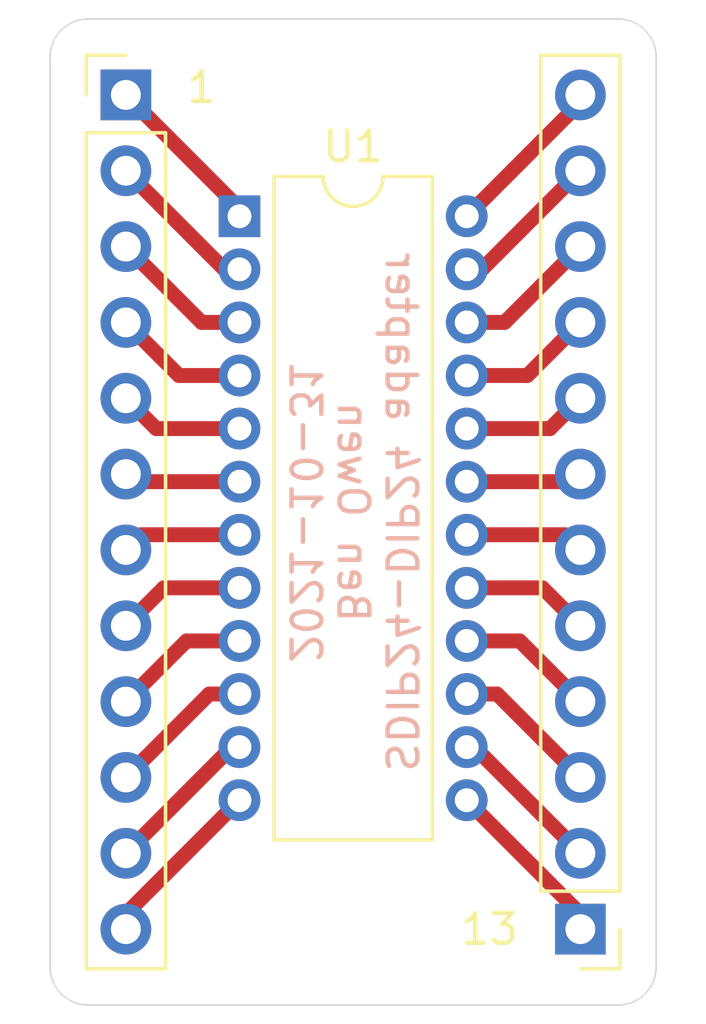
<source format=kicad_pcb>
(kicad_pcb (version 20211014) (generator pcbnew)
  (title_block (title "SDIP24 adapter") (date "2021-10-31") (rev "A") (company "Ben Owen"))
  (layers (0 "F.Cu" signal) (31 "B.Cu" signal) (34 "B.Paste" user) (35 "F.Paste" user) (36 "B.SilkS" user "B.Silkscreen") (37 "F.SilkS" user "F.Silkscreen") (38 "B.Mask" user) (39 "F.Mask" user) (44 "Edge.Cuts" user))
  (net 0 "")
  (net 1 "Net-(J1-Pad12)")
  (net 2 "Net-(J1-Pad11)")
  (net 3 "Net-(J1-Pad10)")
  (net 4 "Net-(J1-Pad9)")
  (net 5 "Net-(J1-Pad8)")
  (net 6 "Net-(J1-Pad7)")
  (net 7 "Net-(J1-Pad6)")
  (net 8 "Net-(J1-Pad5)")
  (net 9 "Net-(J1-Pad4)")
  (net 10 "Net-(J1-Pad3)")
  (net 11 "Net-(J1-Pad2)")
  (net 12 "Net-(J1-Pad1)")
  (net 13 "Net-(J2-Pad12)")
  (net 14 "Net-(J2-Pad11)")
  (net 15 "Net-(J2-Pad10)")
  (net 16 "Net-(J2-Pad9)")
  (net 17 "Net-(J2-Pad8)")
  (net 18 "Net-(J2-Pad7)")
  (net 19 "Net-(J2-Pad6)")
  (net 20 "Net-(J2-Pad5)")
  (net 21 "Net-(J2-Pad4)")
  (net 22 "Net-(J2-Pad3)")
  (net 23 "Net-(J2-Pad2)")
  (net 24 "Net-(J2-Pad1)")
  (footprint "Connector_PinHeader_2.54mm:PinHeader_1x12_P2.54mm_Vertical" (layer "F.Cu") (at 129.54 73.66)
    (fp_text reference "1" (at 2.54 -0.254) (layer "F.SilkS"))
    (fp_text value "Pin header")
    (fp_line (start -1.33 29.27) (end 1.33 29.27) (layer "F.SilkS") (width 0.12))
    (fp_line (start -1.33 0) (end -1.33 -1.33) (layer "F.SilkS") (width 0.12))
    (fp_line (start 1.33 1.27) (end 1.33 29.27) (layer "F.SilkS") (width 0.12))
    (fp_line (start -1.33 1.27) (end -1.33 29.27) (layer "F.SilkS") (width 0.12))
    (fp_line (start -1.33 1.27) (end 1.33 1.27) (layer "F.SilkS") (width 0.12))
    (fp_line (start -1.33 -1.33) (end 0 -1.33) (layer "F.SilkS") (width 0.12))
    (pad "1" thru_hole rect locked (at 0 0) (size 1.7 1.7) (drill 1) (layers *.Cu *.Mask) (net 12 "Net-(J1-Pad1)"))
    (pad "2" thru_hole oval locked (at 0 2.54) (size 1.7 1.7) (drill 1) (layers *.Cu *.Mask) (net 11 "Net-(J1-Pad2)"))
    (pad "3" thru_hole oval locked (at 0 5.08) (size 1.7 1.7) (drill 1) (layers *.Cu *.Mask) (net 10 "Net-(J1-Pad3)"))
    (pad "4" thru_hole oval locked (at 0 7.62) (size 1.7 1.7) (drill 1) (layers *.Cu *.Mask) (net 9 "Net-(J1-Pad4)"))
    (pad "5" thru_hole oval locked (at 0 10.16) (size 1.7 1.7) (drill 1) (layers *.Cu *.Mask) (net 8 "Net-(J1-Pad5)"))
    (pad "6" thru_hole oval locked (at 0 12.7) (size 1.7 1.7) (drill 1) (layers *.Cu *.Mask) (net 7 "Net-(J1-Pad6)"))
    (pad "7" thru_hole oval locked (at 0 15.24) (size 1.7 1.7) (drill 1) (layers *.Cu *.Mask) (net 6 "Net-(J1-Pad7)"))
    (pad "8" thru_hole oval locked (at 0 17.78) (size 1.7 1.7) (drill 1) (layers *.Cu *.Mask) (net 5 "Net-(J1-Pad8)"))
    (pad "9" thru_hole oval locked (at 0 20.32) (size 1.7 1.7) (drill 1) (layers *.Cu *.Mask) (net 4 "Net-(J1-Pad9)"))
    (pad "10" thru_hole oval locked (at 0 22.86) (size 1.7 1.7) (drill 1) (layers *.Cu *.Mask) (net 3 "Net-(J1-Pad10)"))
    (pad "11" thru_hole oval locked (at 0 25.4) (size 1.7 1.7) (drill 1) (layers *.Cu *.Mask) (net 2 "Net-(J1-Pad11)"))
    (pad "12" thru_hole oval locked (at 0 27.94) (size 1.7 1.7) (drill 1) (layers *.Cu *.Mask) (net 1 "Net-(J1-Pad12)"))
  )
  (footprint "Connector_PinHeader_2.54mm:PinHeader_1x12_P2.54mm_Vertical" (layer "F.Cu") (at 144.78 101.6 180)
    (fp_text reference "13" (at 3.048 0) (layer "F.SilkS"))
    (fp_text value "Pin header")
    (fp_line (start -1.33 29.27) (end 1.33 29.27) (layer "F.SilkS") (width 0.12))
    (fp_line (start -1.33 -1.33) (end 0 -1.33) (layer "F.SilkS") (width 0.12))
    (fp_line (start -1.33 0) (end -1.33 -1.33) (layer "F.SilkS") (width 0.12))
    (fp_line (start -1.33 1.27) (end -1.33 29.27) (layer "F.SilkS") (width 0.12))
    (fp_line (start -1.33 1.27) (end 1.33 1.27) (layer "F.SilkS") (width 0.12))
    (fp_line (start 1.33 1.27) (end 1.33 29.27) (layer "F.SilkS") (width 0.12))
    (pad "1" thru_hole rect locked (at 0 0 180) (size 1.7 1.7) (drill 1) (layers *.Cu *.Mask) (net 24 "Net-(J2-Pad1)"))
    (pad "2" thru_hole oval locked (at 0 2.54 180) (size 1.7 1.7) (drill 1) (layers *.Cu *.Mask) (net 23 "Net-(J2-Pad2)"))
    (pad "3" thru_hole oval locked (at 0 5.08 180) (size 1.7 1.7) (drill 1) (layers *.Cu *.Mask) (net 22 "Net-(J2-Pad3)"))
    (pad "4" thru_hole oval locked (at 0 7.62 180) (size 1.7 1.7) (drill 1) (layers *.Cu *.Mask) (net 21 "Net-(J2-Pad4)"))
    (pad "5" thru_hole oval locked (at 0 10.16 180) (size 1.7 1.7) (drill 1) (layers *.Cu *.Mask) (net 20 "Net-(J2-Pad5)"))
    (pad "6" thru_hole oval locked (at 0 12.7 180) (size 1.7 1.7) (drill 1) (layers *.Cu *.Mask) (net 19 "Net-(J2-Pad6)"))
    (pad "7" thru_hole oval locked (at 0 15.24 180) (size 1.7 1.7) (drill 1) (layers *.Cu *.Mask) (net 18 "Net-(J2-Pad7)"))
    (pad "8" thru_hole oval locked (at 0 17.78 180) (size 1.7 1.7) (drill 1) (layers *.Cu *.Mask) (net 17 "Net-(J2-Pad8)"))
    (pad "9" thru_hole oval locked (at 0 20.32 180) (size 1.7 1.7) (drill 1) (layers *.Cu *.Mask) (net 16 "Net-(J2-Pad9)"))
    (pad "10" thru_hole oval locked (at 0 22.86 180) (size 1.7 1.7) (drill 1) (layers *.Cu *.Mask) (net 15 "Net-(J2-Pad10)"))
    (pad "11" thru_hole oval locked (at 0 25.4 180) (size 1.7 1.7) (drill 1) (layers *.Cu *.Mask) (net 14 "Net-(J2-Pad11)"))
    (pad "12" thru_hole oval locked (at 0 27.94 180) (size 1.7 1.7) (drill 1) (layers *.Cu *.Mask) (net 13 "Net-(J2-Pad12)"))
  )
  (footprint "Package_SDIP:SDIP-24_W7.62mm" (layer "F.Cu") (at 133.35 77.724)
    (fp_text reference "U1" (at 3.81 -2.33) (layer "F.SilkS"))
    (fp_text value "TB67H410NG")
    (fp_line (start 2.81 -1.33) (end 1.16 -1.33) (layer "F.SilkS") (width 0.12))
    (fp_line (start 6.46 -1.33) (end 4.81 -1.33) (layer "F.SilkS") (width 0.12))
    (fp_line (start 6.46 20.888) (end 6.46 -1.33) (layer "F.SilkS") (width 0.12))
    (fp_line (start 1.16 20.888) (end 6.46 20.888) (layer "F.SilkS") (width 0.12))
    (fp_line (start 1.16 -1.33) (end 1.16 20.888) (layer "F.SilkS") (width 0.12))
    (fp_arc (start 4.81 -1.33) (mid 3.81 -0.33) (end 2.81 -1.33) (layer "F.SilkS") (width 0.12))
    (pad "1" thru_hole rect locked (at 0 0) (size 1.4 1.4) (drill 0.8) (layers *.Cu *.Mask) (net 12 "Net-(J1-Pad1)"))
    (pad "2" thru_hole oval locked (at 0 1.778) (size 1.4 1.4) (drill 0.8) (layers *.Cu *.Mask) (net 11 "Net-(J1-Pad2)"))
    (pad "3" thru_hole oval locked (at 0 3.556) (size 1.4 1.4) (drill 0.8) (layers *.Cu *.Mask) (net 10 "Net-(J1-Pad3)"))
    (pad "4" thru_hole oval locked (at 0 5.334) (size 1.4 1.4) (drill 0.8) (layers *.Cu *.Mask) (net 9 "Net-(J1-Pad4)"))
    (pad "5" thru_hole oval locked (at 0 7.112) (size 1.4 1.4) (drill 0.8) (layers *.Cu *.Mask) (net 8 "Net-(J1-Pad5)"))
    (pad "6" thru_hole oval locked (at 0 8.89) (size 1.4 1.4) (drill 0.8) (layers *.Cu *.Mask) (net 7 "Net-(J1-Pad6)"))
    (pad "7" thru_hole oval locked (at 0 10.668) (size 1.4 1.4) (drill 0.8) (layers *.Cu *.Mask) (net 6 "Net-(J1-Pad7)"))
    (pad "8" thru_hole oval locked (at 0 12.446) (size 1.4 1.4) (drill 0.8) (layers *.Cu *.Mask) (net 5 "Net-(J1-Pad8)"))
    (pad "9" thru_hole oval locked (at 0 14.224) (size 1.4 1.4) (drill 0.8) (layers *.Cu *.Mask) (net 4 "Net-(J1-Pad9)"))
    (pad "10" thru_hole oval locked (at 0 16.002) (size 1.4 1.4) (drill 0.8) (layers *.Cu *.Mask) (net 3 "Net-(J1-Pad10)"))
    (pad "11" thru_hole oval locked (at 0 17.78) (size 1.4 1.4) (drill 0.8) (layers *.Cu *.Mask) (net 2 "Net-(J1-Pad11)"))
    (pad "12" thru_hole oval locked (at 0 19.558) (size 1.4 1.4) (drill 0.8) (layers *.Cu *.Mask) (net 1 "Net-(J1-Pad12)"))
    (pad "13" thru_hole oval locked (at 7.62 19.558) (size 1.4 1.4) (drill 0.8) (layers *.Cu *.Mask) (net 24 "Net-(J2-Pad1)"))
    (pad "14" thru_hole oval locked (at 7.62 17.78) (size 1.4 1.4) (drill 0.8) (layers *.Cu *.Mask) (net 23 "Net-(J2-Pad2)"))
    (pad "15" thru_hole oval locked (at 7.62 16.002) (size 1.4 1.4) (drill 0.8) (layers *.Cu *.Mask) (net 22 "Net-(J2-Pad3)"))
    (pad "16" thru_hole oval locked (at 7.62 14.224) (size 1.4 1.4) (drill 0.8) (layers *.Cu *.Mask) (net 21 "Net-(J2-Pad4)"))
    (pad "17" thru_hole oval locked (at 7.62 12.446) (size 1.4 1.4) (drill 0.8) (layers *.Cu *.Mask) (net 20 "Net-(J2-Pad5)"))
    (pad "18" thru_hole oval locked (at 7.62 10.668) (size 1.4 1.4) (drill 0.8) (layers *.Cu *.Mask) (net 19 "Net-(J2-Pad6)"))
    (pad "19" thru_hole oval locked (at 7.62 8.89) (size 1.4 1.4) (drill 0.8) (layers *.Cu *.Mask) (net 18 "Net-(J2-Pad7)"))
    (pad "20" thru_hole oval locked (at 7.62 7.112) (size 1.4 1.4) (drill 0.8) (layers *.Cu *.Mask) (net 17 "Net-(J2-Pad8)"))
    (pad "21" thru_hole oval locked (at 7.62 5.334) (size 1.4 1.4) (drill 0.8) (layers *.Cu *.Mask) (net 16 "Net-(J2-Pad9)"))
    (pad "22" thru_hole oval locked (at 7.62 3.556) (size 1.4 1.4) (drill 0.8) (layers *.Cu *.Mask) (net 15 "Net-(J2-Pad10)"))
    (pad "23" thru_hole oval locked (at 7.62 1.778) (size 1.4 1.4) (drill 0.8) (layers *.Cu *.Mask) (net 14 "Net-(J2-Pad11)"))
    (pad "24" thru_hole oval locked (at 7.62 0) (size 1.4 1.4) (drill 0.8) (layers *.Cu *.Mask) (net 13 "Net-(J2-Pad12)"))
  )
  (gr_arc (start 147.32 102.87) (mid 146.948026 103.768026) (end 146.05 104.14) (layer "Edge.Cuts") (width 0.05))
  (gr_line (start 147.32 72.39) (end 147.32 102.87) (layer "Edge.Cuts") (width 0.05))
  (gr_arc (start 128.27 104.14) (mid 127.371974 103.768026) (end 127 102.87) (layer "Edge.Cuts") (width 0.05))
  (gr_line (start 128.27 71.12) (end 146.05 71.12) (layer "Edge.Cuts") (width 0.05))
  (gr_line (start 127 102.87) (end 127 72.39) (layer "Edge.Cuts") (width 0.05))
  (gr_arc (start 127 72.39) (mid 127.371974 71.491974) (end 128.27 71.12) (layer "Edge.Cuts") (width 0.05))
  (gr_line (start 146.05 104.14) (end 128.27 104.14) (layer "Edge.Cuts") (width 0.05))
  (gr_arc (start 146.05 71.12) (mid 146.948026 71.491974) (end 147.32 72.39) (layer "Edge.Cuts") (width 0.05))
  (gr_text "SDIP24-DIP24 adapter\nBen Owen\n2021-10-31" (at 137.16 87.63 -90) (layer "B.SilkS") (effects (font (size 1 1)) (justify mirror)))
  (segment (start 129.54 101.092) (end 129.54 101.6) (width 0.5) (layer "F.Cu") (net 1))
  (segment (start 133.35 97.282) (end 129.54 101.092) (width 0.5) (layer "F.Cu") (net 1))
  (segment (start 129.794 99.06) (end 129.54 99.06) (width 0.5) (layer "F.Cu") (net 2))
  (segment (start 133.096 95.504) (end 133.35 95.504) (width 0.5) (layer "F.Cu") (net 2))
  (segment (start 129.54 99.06) (end 133.096 95.504) (width 0.5) (layer "F.Cu") (net 2))
  (segment (start 132.334 93.726) (end 129.54 96.52) (width 0.5) (layer "F.Cu") (net 3))
  (segment (start 133.35 93.726) (end 132.334 93.726) (width 0.5) (layer "F.Cu") (net 3))
  (segment (start 131.572 91.948) (end 129.54 93.98) (width 0.5) (layer "F.Cu") (net 4))
  (segment (start 133.35 91.948) (end 131.572 91.948) (width 0.5) (layer "F.Cu") (net 4))
  (segment (start 133.35 90.17) (end 130.81 90.17) (width 0.5) (layer "F.Cu") (net 5))
  (segment (start 130.81 90.17) (end 129.54 91.44) (width 0.5) (layer "F.Cu") (net 5))
  (segment (start 133.35 88.392) (end 130.048 88.392) (width 0.5) (layer "F.Cu") (net 6))
  (segment (start 130.048 88.392) (end 129.54 88.9) (width 0.5) (layer "F.Cu") (net 6))
  (segment (start 133.35 86.614) (end 129.794 86.614) (width 0.5) (layer "F.Cu") (net 7))
  (segment (start 129.794 86.614) (end 129.54 86.36) (width 0.5) (layer "F.Cu") (net 7))
  (segment (start 133.35 84.836) (end 130.556 84.836) (width 0.5) (layer "F.Cu") (net 8))
  (segment (start 130.556 84.836) (end 129.54 83.82) (width 0.5) (layer "F.Cu") (net 8))
  (segment (start 133.35 83.058) (end 131.318 83.058) (width 0.5) (layer "F.Cu") (net 9))
  (segment (start 131.318 83.058) (end 129.54 81.28) (width 0.5) (layer "F.Cu") (net 9))
  (segment (start 133.35 81.28) (end 132.08 81.28) (width 0.5) (layer "F.Cu") (net 10))
  (segment (start 132.08 81.28) (end 129.54 78.74) (width 0.5) (layer "F.Cu") (net 10))
  (segment (start 132.842 79.502) (end 129.54 76.2) (width 0.5) (layer "F.Cu") (net 11))
  (segment (start 133.35 79.502) (end 132.842 79.502) (width 0.5) (layer "F.Cu") (net 11))
  (segment (start 133.35 77.47) (end 129.54 73.66) (width 0.5) (layer "F.Cu") (net 12))
  (segment (start 133.35 77.724) (end 133.35 77.47) (width 0.5) (layer "F.Cu") (net 12))
  (segment (start 140.97 77.724) (end 144.78 73.914) (width 0.5) (layer "F.Cu") (net 13))
  (segment (start 144.78 73.914) (end 144.78 73.66) (width 0.5) (layer "F.Cu") (net 13))
  (segment (start 144.78 76.2) (end 141.478 79.502) (width 0.5) (layer "F.Cu") (net 14))
  (segment (start 141.478 79.502) (end 140.97 79.502) (width 0.5) (layer "F.Cu") (net 14))
  (segment (start 142.24 81.28) (end 144.78 78.74) (width 0.5) (layer "F.Cu") (net 15))
  (segment (start 140.97 81.28) (end 142.24 81.28) (width 0.5) (layer "F.Cu") (net 15))
  (segment (start 143.002 83.058) (end 144.78 81.28) (width 0.5) (layer "F.Cu") (net 16))
  (segment (start 140.97 83.058) (end 143.002 83.058) (width 0.5) (layer "F.Cu") (net 16))
  (segment (start 143.764 84.836) (end 144.78 83.82) (width 0.5) (layer "F.Cu") (net 17))
  (segment (start 140.97 84.836) (end 143.764 84.836) (width 0.5) (layer "F.Cu") (net 17))
  (segment (start 144.526 86.614) (end 144.78 86.36) (width 0.5) (layer "F.Cu") (net 18))
  (segment (start 140.97 86.614) (end 144.526 86.614) (width 0.5) (layer "F.Cu") (net 18))
  (segment (start 144.272 88.392) (end 144.78 88.9) (width 0.5) (layer "F.Cu") (net 19))
  (segment (start 140.97 88.392) (end 144.272 88.392) (width 0.5) (layer "F.Cu") (net 19))
  (segment (start 143.51 90.17) (end 144.78 91.44) (width 0.5) (layer "F.Cu") (net 20))
  (segment (start 140.97 90.17) (end 143.51 90.17) (width 0.5) (layer "F.Cu") (net 20))
  (segment (start 140.97 91.948) (end 142.748 91.948) (width 0.5) (layer "F.Cu") (net 21))
  (segment (start 142.748 91.948) (end 144.78 93.98) (width 0.5) (layer "F.Cu") (net 21))
  (segment (start 141.986 93.726) (end 144.78 96.52) (width 0.5) (layer "F.Cu") (net 22))
  (segment (start 140.97 93.726) (end 141.986 93.726) (width 0.5) (layer "F.Cu") (net 22))
  (segment (start 144.526 99.06) (end 144.78 99.06) (width 0.5) (layer "F.Cu") (net 23))
  (segment (start 144.78 99.06) (end 141.224 95.504) (width 0.5) (layer "F.Cu") (net 23))
  (segment (start 141.224 95.504) (end 140.97 95.504) (width 0.5) (layer "F.Cu") (net 23))
  (segment (start 144.78 101.092) (end 144.78 101.6) (width 0.5) (layer "F.Cu") (net 24))
  (segment (start 140.97 97.282) (end 144.78 101.092) (width 0.5) (layer "F.Cu") (net 24))
)
</source>
